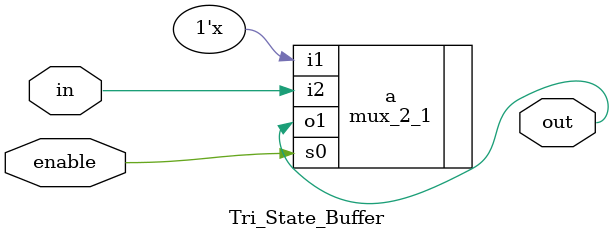
<source format=v>
`timescale 1ns / 1ps
`include "mux_2_1.v"
module Tri_State_Buffer(
	input enable,
	input in,
	output out
   );

	mux_2_1 a ( 
		.i1(1'bz),
		.i2(in),
		.s0(enable),
		.o1(out)
	);

endmodule

</source>
